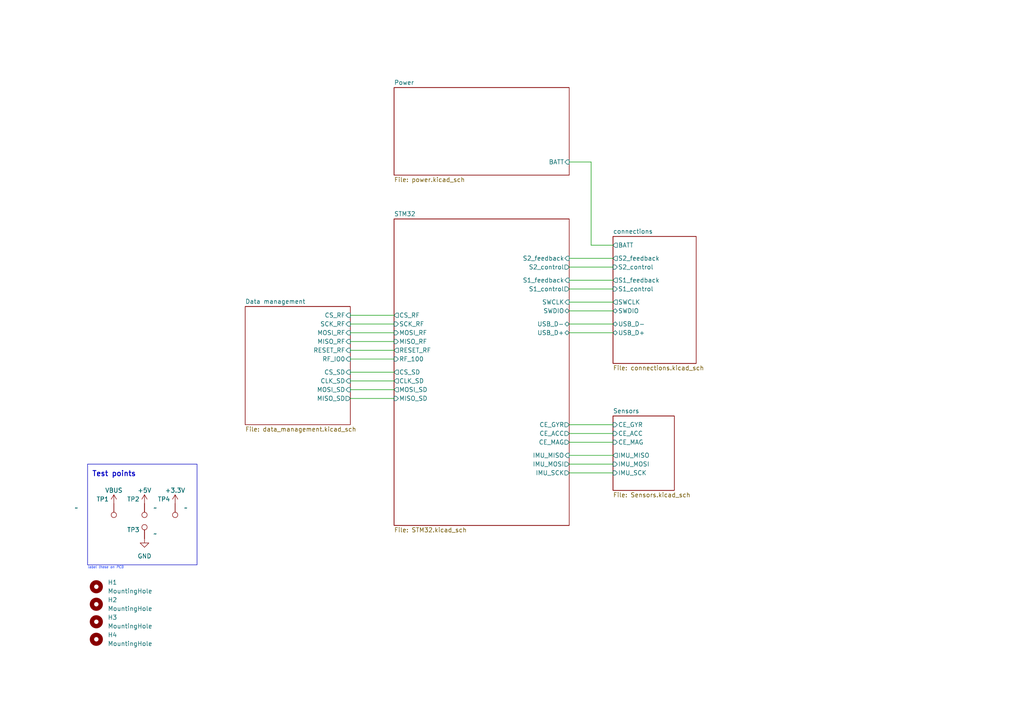
<source format=kicad_sch>
(kicad_sch (version 20230121) (generator eeschema)
  (paper "A4")
  (lib_symbols
    (symbol "Connector:TestPoint" (pin_numbers hide) (pin_names (offset 0.762) hide)
      (property "Reference" "TP" (at 0 6.858 0))
      (property "Value" "TestPoint" (at 0 5.08 0))
      (symbol "TestPoint_0_1"
        (circle (center 0 3.302) (radius 0.762))
      )
      (symbol "TestPoint_1_1"
        (pin passive line (at 0 0 90) (length 2.54) (name "1") (number "1"))
      )
    )
    (symbol "GND_1" (power) (pin_names (offset 0))
      (property "Value" "GND_1" (at 0 -3.81 0))
      (symbol "GND_1_0_1"
        (polyline (pts (xy 0 0) (xy 0 -1.27) (xy 1.27 -1.27) (xy 0 -2.54) (xy -1.27 -1.27) (xy 0 -1.27)))
      )
      (symbol "GND_1_1_1"
        (pin power_in line (at 0 0 270) (length 0) hide (name "GND") (number "1"))
      )
    )
    (symbol "Mechanical:MountingHole" (pin_names (offset 1.016))
      (property "Reference" "H" (at 0 5.08 0))
      (property "Value" "MountingHole" (at 0 3.175 0))
      (symbol "MountingHole_0_1"
        (circle (center 0 0) (radius 1.27) (stroke (width 1.27)))
      )
    )
    (symbol "power:+3.3V" (power) (pin_names (offset 0))
      (property "Value" "+3.3V" (at 0 3.556 0))
      (symbol "+3.3V_0_1"
        (polyline (pts (xy -0.762 1.27) (xy 0 2.54)))
        (polyline (pts (xy 0 0) (xy 0 2.54)))
        (polyline (pts (xy 0 2.54) (xy 0.762 1.27)))
      )
      (symbol "+3.3V_1_1"
        (pin power_in line (at 0 0 90) (length 0) hide (name "+3.3V") (number "1"))
      )
    )
    (symbol "power:+5V" (power) (pin_names (offset 0))
      (property "Value" "+5V" (at 0 3.556 0))
      (symbol "+5V_0_1"
        (polyline (pts (xy -0.762 1.27) (xy 0 2.54)))
        (polyline (pts (xy 0 0) (xy 0 2.54)))
        (polyline (pts (xy 0 2.54) (xy 0.762 1.27)))
      )
      (symbol "+5V_1_1"
        (pin power_in line (at 0 0 90) (length 0) hide (name "+5V") (number "1"))
      )
    )
    (symbol "power:VBUS" (power) (pin_names (offset 0))
      (property "Value" "VBUS" (at 0 3.81 0))
      (symbol "VBUS_0_1"
        (polyline (pts (xy -0.762 1.27) (xy 0 2.54)))
        (polyline (pts (xy 0 0) (xy 0 2.54)))
        (polyline (pts (xy 0 2.54) (xy 0.762 1.27)))
      )
      (symbol "VBUS_1_1"
        (pin power_in line (at 0 0 90) (length 0) hide (name "VBUS") (number "1"))
      )
    )
  )
  (wire (pts (xy 165.1 134.62) (xy 177.8 134.62)))
  (wire (pts (xy 165.1 83.82) (xy 177.8 83.82)))
  (wire (pts (xy 171.45 71.12) (xy 171.45 46.99)))
  (wire (pts (xy 165.1 137.16) (xy 177.8 137.16)))
  (wire (pts (xy 165.1 132.08) (xy 177.8 132.08)))
  (wire (pts (xy 165.1 90.17) (xy 177.8 90.17)))
  (wire (pts (xy 165.1 128.27) (xy 177.8 128.27)))
  (wire (pts (xy 101.6 91.44) (xy 114.3 91.44)))
  (wire (pts (xy 101.6 110.49) (xy 114.3 110.49)))
  (wire (pts (xy 171.45 46.99) (xy 165.1 46.99)))
  (wire (pts (xy 165.1 77.47) (xy 177.8 77.47)))
  (wire (pts (xy 101.6 99.06) (xy 114.3 99.06)))
  (wire (pts (xy 101.6 101.6) (xy 114.3 101.6)))
  (wire (pts (xy 101.6 104.14) (xy 114.3 104.14)))
  (wire (pts (xy 177.8 71.12) (xy 171.45 71.12)))
  (wire (pts (xy 165.1 74.93) (xy 177.8 74.93)))
  (wire (pts (xy 165.1 81.28) (xy 177.8 81.28)))
  (wire (pts (xy 165.1 93.98) (xy 177.8 93.98)))
  (wire (pts (xy 101.6 107.95) (xy 114.3 107.95)))
  (wire (pts (xy 165.1 87.63) (xy 177.8 87.63)))
  (wire (pts (xy 101.6 93.98) (xy 114.3 93.98)))
  (wire (pts (xy 165.1 96.52) (xy 177.8 96.52)))
  (wire (pts (xy 101.6 96.52) (xy 114.3 96.52)))
  (wire (pts (xy 165.1 125.73) (xy 177.8 125.73)))
  (wire (pts (xy 165.1 123.19) (xy 177.8 123.19)))
  (wire (pts (xy 101.6 115.57) (xy 114.3 115.57)))
  (wire (pts (xy 101.6 113.03) (xy 114.3 113.03)))
  (rectangle (start 25.4 134.62) (end 57.15 163.83))
  (text "label these on PCB" (at 25.4 165.1 0) (effects (font (size 0.7 0.7) italic) (justify left bottom)))
  (text "Test points" (at 26.67 138.43 0) (effects (font (size 1.5 1.5) (thickness 0.254) bold) (justify left bottom)))
  (symbol (lib_id "power:+5V") (at 41.91 146.05 0) (unit 1)
    (property "Reference" "#PWR031" (effects hide))
    (property "Value" "+5V" (at 41.91 142.24 0))
  )
  (symbol (lib_name "GND_1") (lib_id "power:GND") (at 41.91 156.21 0) (unit 1)
    (property "Reference" "#PWR032" (effects hide))
    (property "Value" "GND" (at 41.91 161.29 0))
  )
  (symbol (lib_id "Mechanical:MountingHole") (at 27.94 175.26 0) (unit 1)
    (property "Reference" "H2" (at 31.242 173.9899 0) (effects (justify left)))
    (property "Value" "MountingHole" (at 31.242 176.5299 0) (effects (justify left)))
    (property "Footprint" "MountingHole:MountingHole_3.2mm_M3" (effects hide))
  )
  (symbol (lib_id "Connector:TestPoint") (at 33.02 146.05 180) (unit 1)
    (property "Reference" "TP1" (at 27.94 144.78 0) (effects (justify right)))
    (property "Value" "~" (at 21.59 147.32 0) (effects (justify right)))
    (property "Footprint" "TestPoint:TestPoint_Pad_D1.0mm" (effects hide))
  )
  (symbol (lib_id "Connector:TestPoint") (at 50.8 146.05 180) (unit 1)
    (property "Reference" "TP4" (at 45.72 144.78 0) (effects (justify right)))
    (property "Value" "~" (at 53.34 147.32 0) (effects (justify right)))
    (property "Footprint" "TestPoint:TestPoint_Pad_D1.0mm" (effects hide))
  )
  (symbol (lib_id "Mechanical:MountingHole") (at 27.94 180.34 0) (unit 1)
    (property "Reference" "H3" (at 31.242 179.0699 0) (effects (justify left)))
    (property "Value" "MountingHole" (at 31.242 181.6099 0) (effects (justify left)))
    (property "Footprint" "MountingHole:MountingHole_3.2mm_M3" (effects hide))
  )
  (symbol (lib_id "Mechanical:MountingHole") (at 27.94 170.18 0) (unit 1)
    (property "Reference" "H1" (at 31.242 168.9099 0) (effects (justify left)))
    (property "Value" "MountingHole" (at 31.242 171.4499 0) (effects (justify left)))
    (property "Footprint" "MountingHole:MountingHole_3.2mm_M3" (effects hide))
  )
  (symbol (lib_id "Mechanical:MountingHole") (at 27.94 185.42 0) (unit 1)
    (property "Reference" "H4" (at 31.242 184.1499 0) (effects (justify left)))
    (property "Value" "MountingHole" (at 31.242 186.6899 0) (effects (justify left)))
    (property "Footprint" "MountingHole:MountingHole_3.2mm_M3" (effects hide))
  )
  (symbol (lib_id "Connector:TestPoint") (at 41.91 156.21 0) (unit 1)
    (property "Reference" "TP3" (at 36.83 153.67 0) (effects (justify left)))
    (property "Value" "~" (at 44.45 154.813 0) (effects (justify left)))
    (property "Footprint" "TestPoint:TestPoint_Pad_D1.0mm" (effects hide))
  )
  (symbol (lib_id "power:+3.3V") (at 50.8 146.05 0) (unit 1)
    (property "Reference" "#PWR033" (effects hide))
    (property "Value" "+3.3V" (at 50.8 142.24 0))
  )
  (symbol (lib_id "Connector:TestPoint") (at 41.91 146.05 180) (unit 1)
    (property "Reference" "TP2" (at 36.83 144.78 0) (effects (justify right)))
    (property "Value" "~" (at 44.45 147.32 0) (effects (justify right)))
    (property "Footprint" "TestPoint:TestPoint_Pad_D1.0mm" (effects hide))
  )
  (symbol (lib_id "power:VBUS") (at 33.02 146.05 0) (unit 1)
    (property "Reference" "#PWR030" (effects hide))
    (property "Value" "VBUS" (at 33.02 142.24 0))
  )
  (sheet (at 114.3 63.5) (size 50.8 88.9) (stroke (width 0.1524))
    (property "Sheetname" "STM32" (at 114.3 62.7884 0) (effects (justify left bottom)))
    (property "Sheetfile" "STM32.kicad_sch" (at 114.3 152.9846 0) (effects (justify left top)))
    (pin "CE_GYR" output (at 165.1 123.19 0))
    (pin "CE_MAG" output (at 165.1 128.27 0))
    (pin "CE_ACC" output (at 165.1 125.73 0))
    (pin "CLK_SD" output (at 114.3 110.49 180))
    (pin "MISO_SD" input (at 114.3 115.57 180))
    (pin "MOSI_SD" output (at 114.3 113.03 180))
    (pin "SCK_RF" input (at 114.3 93.98 180))
    (pin "MISO_RF" input (at 114.3 99.06 180))
    (pin "MOSI_RF" input (at 114.3 96.52 180))
    (pin "RESET_RF" output (at 114.3 101.6 180))
    (pin "CS_RF" output (at 114.3 91.44 180))
    (pin "CS_SD" output (at 114.3 107.95 180))
    (pin "RF_100" input (at 114.3 104.14 180))
    (pin "IMU_SCK" output (at 165.1 137.16 0))
    (pin "IMU_MISO" input (at 165.1 132.08 0))
    (pin "IMU_MOSI" output (at 165.1 134.62 0))
    (pin "SWCLK" input (at 165.1 87.63 0))
    (pin "S1_feedback" input (at 165.1 81.28 0))
    (pin "S2_feedback" input (at 165.1 74.93 0))
    (pin "S1_control" output (at 165.1 83.82 0))
    (pin "S2_control" output (at 165.1 77.47 0))
    (pin "USB_D+" bidirectional (at 165.1 96.52 0))
    (pin "USB_D-" bidirectional (at 165.1 93.98 0))
    (pin "SWDIO" bidirectional (at 165.1 90.17 0))
  )
  (sheet (at 114.3 25.4) (size 50.8 25.4) (stroke (width 0.1524))
    (property "Sheetname" "Power" (at 114.3 24.6884 0) (effects (justify left bottom)))
    (property "Sheetfile" "power.kicad_sch" (at 114.3 51.3846 0) (effects (justify left top)))
    (pin "BATT" input (at 165.1 46.99 0))
  )
  (sheet (at 71.12 88.9) (size 30.48 34.29) (stroke (width 0.1524))
    (property "Sheetname" "Data management" (at 71.12 88.1884 0) (effects (justify left bottom)))
    (property "Sheetfile" "data_management.kicad_sch" (at 71.12 123.7746 0) (effects (justify left top)))
    (pin "RF_IO0" input (at 101.6 104.14 0))
    (pin "SCK_RF" input (at 101.6 93.98 0))
    (pin "MOSI_RF" input (at 101.6 96.52 0))
    (pin "RESET_RF" input (at 101.6 101.6 0))
    (pin "CS_RF" input (at 101.6 91.44 0))
    (pin "MISO_RF" input (at 101.6 99.06 0))
    (pin "MISO_SD" output (at 101.6 115.57 0))
    (pin "MOSI_SD" input (at 101.6 113.03 0))
    (pin "CLK_SD" input (at 101.6 110.49 0))
    (pin "CS_SD" input (at 101.6 107.95 0))
  )
  (sheet (at 177.8 68.58) (size 24.13 36.83) (stroke (width 0.1524))
    (property "Sheetname" "connections" (at 177.8 67.8684 0) (effects (justify left bottom)))
    (property "Sheetfile" "connections.kicad_sch" (at 177.8 105.9946 0) (effects (justify left top)))
    (pin "S2_feedback" output (at 177.8 74.93 180))
    (pin "S2_control" input (at 177.8 77.47 180))
    (pin "S1_feedback" output (at 177.8 81.28 180))
    (pin "S1_control" input (at 177.8 83.82 180))
    (pin "SWCLK" output (at 177.8 87.63 180))
    (pin "SWDIO" bidirectional (at 177.8 90.17 180))
    (pin "BATT" output (at 177.8 71.12 180))
    (pin "USB_D+" bidirectional (at 177.8 96.52 180))
    (pin "USB_D-" bidirectional (at 177.8 93.98 180))
  )
  (sheet (at 177.8 120.65) (size 17.78 21.59) (stroke (width 0.1524))
    (property "Sheetname" "Sensors" (at 177.8 119.9384 0) (effects (justify left bottom)))
    (property "Sheetfile" "Sensors.kicad_sch" (at 177.8 142.8246 0) (effects (justify left top)))
    (pin "CE_GYR" input (at 177.8 123.19 180))
    (pin "CE_ACC" input (at 177.8 125.73 180))
    (pin "CE_MAG" input (at 177.8 128.27 180))
    (pin "IMU_MISO" output (at 177.8 132.08 180))
    (pin "IMU_SCK" input (at 177.8 137.16 180))
    (pin "IMU_MOSI" input (at 177.8 134.62 180))
  )
)
</source>
